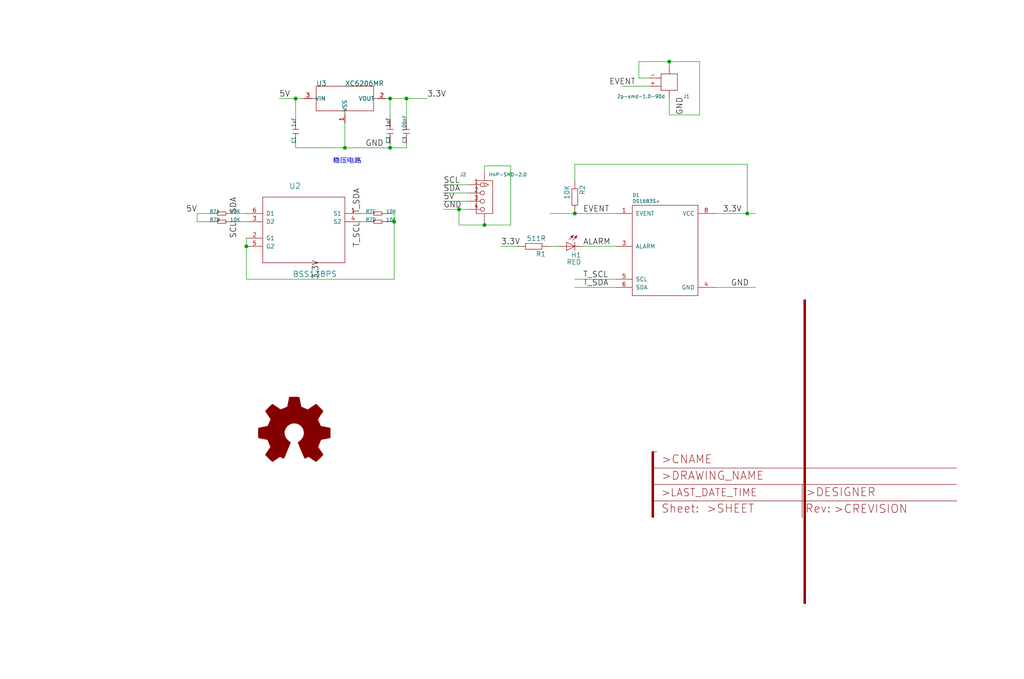
<source format=kicad_sch>
(kicad_sch (version 20201015) (generator eeschema)
  (paper "User" 316.763 210.007)
  (lib_symbols
    (symbol "DS1682_Breakout_Qwiic_Grove-eagle-import:BSS138PS" (pin_names (offset 1.016))
      (property "Reference" "U" (at -4.6228 10.0584 0))
      (property "Value" "BSS138PS" (at -3.5306 -17.1958 0))
      (symbol "BSS138PS_1_0"
        (polyline (pts (xy -12.7 -12.7) (xy 12.7 -12.7)))
        (polyline (pts (xy -12.7 7.62) (xy -12.7 -12.7)))
        (polyline (pts (xy 12.7 -12.7) (xy 12.7 7.62)))
        (polyline (pts (xy 12.7 7.62) (xy -12.7 7.62)))
        (pin output line (at 17.78 2.54 180) (length 5.08) (name "S1") (number "1"))
        (pin input line (at -17.78 -5.08 0) (length 5.08) (name "G1") (number "2"))
        (pin input line (at -17.78 0 0) (length 5.08) (name "D2") (number "3"))
        (pin output line (at 17.78 0 180) (length 5.08) (name "S2") (number "4"))
        (pin input line (at -17.78 -7.62 0) (length 5.08) (name "G2") (number "5"))
        (pin input line (at -17.78 2.54 0) (length 5.08) (name "D1") (number "6"))
      )
    )
    (symbol "DS1682_Breakout_Qwiic_Grove-eagle-import:C-0603" (pin_names (offset 1.016))
      (property "Reference" "C" (at -3.81 0 0))
      (property "Value" "C-0603" (at 0 0 0))
      (symbol "C-0603_1_0"
        (polyline (pts (xy -1.27 0) (xy -0.635 0)))
        (polyline (pts (xy -0.635 -1.016) (xy -0.635 0)))
        (polyline (pts (xy -0.635 0) (xy -0.635 1.016)))
        (polyline (pts (xy 0.635 0) (xy 0.635 -1.016)))
        (polyline (pts (xy 0.635 0) (xy 1.27 0)))
        (polyline (pts (xy 0.635 1.016) (xy 0.635 0)))
        (pin passive line (at -3.81 0 0) (length 2.54) (name "1") (number "1"))
        (pin passive line (at 3.81 0 180) (length 2.54) (name "2") (number "2"))
      )
    )
    (symbol "DS1682_Breakout_Qwiic_Grove-eagle-import:DS1683S+" (pin_names (offset 1.016))
      (property "Value" "DS1683S+" (at -5.08 13.335 0))
      (symbol "DS1683S+_1_0"
        (polyline (pts (xy -5.08 -15.24) (xy -5.08 12.7)))
        (polyline (pts (xy -5.08 12.7) (xy 15.24 12.7)))
        (polyline (pts (xy 15.24 -15.24) (xy -5.08 -15.24)))
        (polyline (pts (xy 15.24 12.7) (xy 15.24 -15.24)))
        (pin bidirectional line (at -10.16 10.16 0) (length 5.08) (name "EVENT") (number "1"))
        (pin bidirectional line (at -10.16 0 0) (length 5.08) (name "ALARM") (number "3"))
        (pin bidirectional line (at 20.32 -12.7 180) (length 5.08) (name "GND") (number "4"))
        (pin bidirectional line (at -10.16 -10.16 0) (length 5.08) (name "SCL") (number "5"))
        (pin bidirectional line (at -10.16 -12.7 0) (length 5.08) (name "SDA") (number "6"))
        (pin bidirectional line (at 20.32 10.16 180) (length 5.08) (name "VCC") (number "8"))
      )
    )
    (symbol "DS1682_Breakout_Qwiic_Grove-eagle-import:FRAME-A4L" (pin_names (offset 1.016))
      (symbol "FRAME-A4L_1_0"
        (text ">CNAME" (at 181.61 16.51 0) (effects (font (size 2.54 2.54)) (justify left bottom)))
        (text ">CREVISION" (at 234.8992 1.1684 0) (effects (font (size 2.54 2.54)) (justify left bottom)))
        (text ">DESIGNER" (at 226.2378 6.35 0) (effects (font (size 2.54 2.54)) (justify left bottom)))
        (text ">DRAWING_NAME" (at 181.61 11.43 0) (effects (font (size 2.54 2.54)) (justify left bottom)))
        (text ">LAST_DATE_TIME" (at 181.61 6.35 0) (effects (font (size 2.286 2.286)) (justify left bottom)))
        (text ">SHEET" (at 195.58 1.27 0) (effects (font (size 2.54 2.54)) (justify left bottom)))
        (text "Rev:" (at 226.1362 1.27 0) (effects (font (size 2.54 2.54)) (justify left bottom)))
        (text "Sheet:" (at 181.61 1.27 0) (effects (font (size 2.54 2.54)) (justify left bottom)))
        (rectangle (start 178.7652 0) (end 179.3748 20.32) (fill (type outline)))
        (rectangle (start 225.7552 -26.67) (end 226.3648 67.31) (fill (type outline)))
        (polyline (pts (xy 179.07 10.16) (xy 225.2726 10.16)))
        (polyline (pts (xy 179.07 15.24) (xy 273.05 15.24)))
        (polyline (pts (xy 179.07 19.05) (xy 179.07 20.32)))
        (polyline (pts (xy 179.07 20.32) (xy 180.34 20.32)))
        (polyline (pts (xy 225.2726 -0.0762) (xy 225.2726 5.08)))
        (polyline (pts (xy 225.2726 5.08) (xy 179.07 5.08)))
        (polyline (pts (xy 225.2726 5.08) (xy 225.2726 10.16)))
        (polyline (pts (xy 225.2726 5.08) (xy 273.05 5.08)))
        (polyline (pts (xy 225.2726 10.16) (xy 273.05 10.16)))
      )
    )
    (symbol "DS1682_Breakout_Qwiic_Grove-eagle-import:GROVE-CONNECTOR-SMD(4+2P-2.0)" (pin_names (offset 1.016))
      (property "Reference" "J" (at -7.62 6.35 0))
      (property "Value" "GROVE-CONNECTOR-SMD(4+2P-2.0)" (at 1.27 6.35 0))
      (symbol "GROVE-CONNECTOR-SMD(4+2P-2.0)_1_0"
        (polyline (pts (xy -2.54 -5.08) (xy -2.54 5.08)))
        (polyline (pts (xy -2.54 5.08) (xy 2.54 5.08)))
        (polyline (pts (xy 2.54 -5.08) (xy -2.54 -5.08)))
        (polyline (pts (xy 2.54 5.08) (xy 2.54 -5.08)))
        (pin bidirectional inverted_clock (at -5.08 3.81 0) (length 5.08) (name "1") (number "1"))
        (pin bidirectional inverted (at -5.08 1.27 0) (length 5.08) (name "2") (number "2"))
        (pin bidirectional inverted (at -5.08 -1.27 0) (length 5.08) (name "3") (number "3"))
        (pin bidirectional inverted (at -5.08 -3.81 0) (length 5.08) (name "4") (number "4"))
        (pin bidirectional line (at 0 7.62 270) (length 2.54) (name "SS1") (number "SS1"))
        (pin bidirectional line (at 0 -7.62 90) (length 2.54) (name "SS2") (number "SS2"))
      )
    )
    (symbol "DS1682_Breakout_Qwiic_Grove-eagle-import:LEDCHIPLED_0603" (pin_names (offset 1.016))
      (property "Reference" "LED" (at 3.556 -4.572 90))
      (property "Value" "LEDCHIPLED_0603" (at 5.715 -4.572 90))
      (symbol "LEDCHIPLED_0603_1_0"
        (polyline (pts (xy -2.032 -0.762) (xy -3.429 -2.159)))
        (polyline (pts (xy -1.905 -1.905) (xy -3.302 -3.302)))
        (polyline (pts (xy 0 -2.54) (xy -1.27 -2.54)))
        (polyline (pts (xy 0 -2.54) (xy -1.27 0)))
        (polyline (pts (xy 0 0) (xy -1.27 0)))
        (polyline (pts (xy 0 0) (xy 0 -2.54)))
        (polyline (pts (xy 1.27 -2.54) (xy 0 -2.54)))
        (polyline (pts (xy 1.27 0) (xy 0 -2.54)))
        (polyline (pts (xy 1.27 0) (xy 0 0)))
        (polyline (pts (xy -3.429 -2.159) (xy -3.048 -1.27) (xy -2.54 -1.778)) (fill (type outline)))
        (polyline (pts (xy -3.302 -3.302) (xy -2.921 -2.413) (xy -2.413 -2.921)) (fill (type outline)))
        (pin passive line (at 0 2.54 270) (length 2.54) (name "A") (number "A"))
        (pin passive line (at 0 -5.08 90) (length 2.54) (name "C") (number "C"))
      )
    )
    (symbol "DS1682_Breakout_Qwiic_Grove-eagle-import:R-4R-1206" (pin_names (offset 1.016))
      (property "Reference" "R" (at -3.81 0 0))
      (property "Value" "R-4R-1206" (at 2.54 0 0))
      (symbol "R-4R-1206_1_0"
        (polyline (pts (xy -1.27 -0.508) (xy -1.27 0.508)))
        (polyline (pts (xy -1.27 0.508) (xy 1.27 0.508)))
        (polyline (pts (xy 1.27 -0.508) (xy -1.27 -0.508)))
        (polyline (pts (xy 1.27 0.508) (xy 1.27 -0.508)))
        (pin passive line (at -3.81 0 0) (length 2.54) (name "1") (number "1"))
        (pin passive line (at 3.81 0 180) (length 2.54) (name "2") (number "8"))
      )
      (symbol "R-4R-1206_2_0"
        (polyline (pts (xy -1.27 -0.508) (xy -1.27 0.508)))
        (polyline (pts (xy -1.27 0.508) (xy 1.27 0.508)))
        (polyline (pts (xy 1.27 -0.508) (xy -1.27 -0.508)))
        (polyline (pts (xy 1.27 0.508) (xy 1.27 -0.508)))
        (pin passive line (at -3.81 0 0) (length 2.54) (name "1") (number "2"))
        (pin passive line (at 3.81 0 180) (length 2.54) (name "2") (number "7"))
      )
      (symbol "R-4R-1206_3_0"
        (polyline (pts (xy -1.27 -0.508) (xy -1.27 0.508)))
        (polyline (pts (xy -1.27 0.508) (xy 1.27 0.508)))
        (polyline (pts (xy 1.27 -0.508) (xy -1.27 -0.508)))
        (polyline (pts (xy 1.27 0.508) (xy 1.27 -0.508)))
        (pin passive line (at -3.81 0 0) (length 2.54) (name "1") (number "3"))
        (pin passive line (at 3.81 0 180) (length 2.54) (name "2") (number "6"))
      )
      (symbol "R-4R-1206_4_0"
        (polyline (pts (xy -1.27 -0.508) (xy -1.27 0.508)))
        (polyline (pts (xy -1.27 0.508) (xy 1.27 0.508)))
        (polyline (pts (xy 1.27 -0.508) (xy -1.27 -0.508)))
        (polyline (pts (xy 1.27 0.508) (xy 1.27 -0.508)))
        (pin passive line (at -3.81 0 0) (length 2.54) (name "1") (number "4"))
        (pin passive line (at 3.81 0 180) (length 2.54) (name "2") (number "5"))
      )
    )
    (symbol "DS1682_Breakout_Qwiic_Grove-eagle-import:R-EU_R0603" (pin_names (offset 1.016))
      (property "Reference" "R" (at -3.81 1.4986 0))
      (property "Value" "R-EU_R0603" (at -3.81 -3.302 0))
      (symbol "R-EU_R0603_1_0"
        (polyline (pts (xy -2.54 -0.889) (xy -2.54 0.889)))
        (polyline (pts (xy -2.54 -0.889) (xy 2.54 -0.889)))
        (polyline (pts (xy 2.54 -0.889) (xy 2.54 0.889)))
        (polyline (pts (xy 2.54 0.889) (xy -2.54 0.889)))
        (pin passive line (at -5.08 0 0) (length 2.54) (name "1") (number "1"))
        (pin passive line (at 5.08 0 180) (length 2.54) (name "2") (number "2"))
      )
    )
    (symbol "DS1682_Breakout_Qwiic_Grove-eagle-import:SMD-JST-2P-1.0-90D" (pin_names (offset 1.016))
      (property "Reference" "J" (at -10.16 3.81 0))
      (property "Value" "SMD-JST-2P-1.0-90D" (at -2.54 3.81 0))
      (symbol "SMD-JST-2P-1.0-90D_1_0"
        (polyline (pts (xy -6.35 -2.54) (xy -6.35 2.54)))
        (polyline (pts (xy -6.35 2.54) (xy -1.27 2.54)))
        (polyline (pts (xy -1.27 -2.54) (xy -6.35 -2.54)))
        (polyline (pts (xy -1.27 -1.27) (xy -1.27 -2.54)))
        (polyline (pts (xy -1.27 1.27) (xy -1.27 -1.27)))
        (polyline (pts (xy -1.27 2.54) (xy -1.27 1.27)))
        (polyline (pts (xy 0 -1.27) (xy -1.27 -1.27)))
        (polyline (pts (xy 0 1.27) (xy -1.27 1.27)))
        (pin bidirectional line (at 2.54 1.27 180) (length 2.54) (name "1") (number "+"))
        (pin bidirectional line (at 2.54 -1.27 180) (length 2.54) (name "2") (number "-"))
        (pin bidirectional line (at -3.81 -5.08 90) (length 2.54) (name "3") (number "3"))
        (pin bidirectional line (at -3.81 5.08 270) (length 2.54) (name "4") (number "4"))
      )
    )
    (symbol "DS1682_Breakout_Qwiic_Grove-eagle-import:XC6206MR" (pin_names (offset 1.016))
      (property "Reference" "U" (at -8.89 3.81 0))
      (property "Value" "XC6206MR" (at 0 3.81 0))
      (symbol "XC6206MR_1_0"
        (polyline (pts (xy -10.16 0) (xy -8.89 0)))
        (polyline (pts (xy -8.89 -3.81) (xy -8.89 0)))
        (polyline (pts (xy -8.89 0) (xy -8.89 3.81)))
        (polyline (pts (xy -8.89 3.81) (xy 8.89 3.81)))
        (polyline (pts (xy 0 -5.08) (xy 0 -3.81)))
        (polyline (pts (xy 0 -3.81) (xy -8.89 -3.81)))
        (polyline (pts (xy 8.89 -3.81) (xy 0 -3.81)))
        (polyline (pts (xy 8.89 0) (xy 8.89 -3.81)))
        (polyline (pts (xy 8.89 3.81) (xy 8.89 0)))
        (polyline (pts (xy 10.16 0) (xy 8.89 0)))
        (pin power_in line (at 0 -7.62 90) (length 2.54) (name "VSS") (number "1"))
        (pin output line (at 12.7 0 180) (length 2.54) (name "VOUT") (number "2"))
        (pin input line (at -12.7 0 0) (length 2.54) (name "VIN") (number "3"))
      )
    )
    (symbol "Graphic:Logo_Open_Hardware_Large" (pin_names (offset 1.016))
      (symbol "Logo_Open_Hardware_Large_1_1"
        (polyline (pts (xy 6.731 -8.7122) (xy 6.6294 -8.6614) (xy 6.35 -8.4836) (xy 5.9944 -8.255) (xy 5.5372 -7.9502) (xy 5.1054 -7.6454) (xy 4.7498 -7.4168) (xy 4.4958 -7.239) (xy 4.3942 -7.1882) (xy 4.318 -7.2136) (xy 4.1148 -7.3152) (xy 3.81 -7.4676) (xy 3.6322 -7.5692) (xy 3.3528 -7.6708) (xy 3.2258 -7.6962) (xy 3.2004 -7.6708) (xy 3.0988 -7.4676) (xy 2.9464 -7.0866) (xy 2.7178 -6.604) (xy 2.4892 -6.0452) (xy 2.2352 -5.4356) (xy 1.9558 -4.826) (xy 1.7272 -4.2164) (xy 1.4986 -3.683) (xy 1.3208 -3.2512) (xy 1.2192 -2.9464) (xy 1.1684 -2.8194) (xy 1.1938 -2.794) (xy 1.3208 -2.667) (xy 1.5748 -2.4892) (xy 2.0828 -2.0574) (xy 2.6162 -1.397) (xy 2.921 -0.6604) (xy 3.048 0.1524) (xy 2.9464 0.9144) (xy 2.6416 1.6256) (xy 2.1336 2.286) (xy 1.524 2.7686) (xy 0.8128 3.0734) (xy 0 3.175) (xy -0.762 3.0988) (xy -1.4986 2.794) (xy -2.159 2.286) (xy -2.4384 1.9812) (xy -2.8194 1.3208) (xy -3.048 0.6096) (xy -3.0734 0.4318) (xy -3.0226 -0.3556) (xy -2.794 -1.0922) (xy -2.3876 -1.7526) (xy -1.8288 -2.3114) (xy -1.7526 -2.3622) (xy -1.4732 -2.5654) (xy -1.2954 -2.6924) (xy -1.1684 -2.8194) (xy -2.159 -5.207) (xy -2.3114 -5.588) (xy -2.5908 -6.2484) (xy -2.8194 -6.8072) (xy -3.0226 -7.2644) (xy -3.1496 -7.5692) (xy -3.2258 -7.6708) (xy -3.2258 -7.6962) (xy -3.302 -7.6962) (xy -3.4798 -7.6454) (xy -3.8354 -7.4676) (xy -4.0386 -7.366) (xy -4.2926 -7.239) (xy -4.4196 -7.1882) (xy -4.5212 -7.239) (xy -4.7498 -7.3914) (xy -5.1054 -7.6454) (xy -5.5372 -7.9248) (xy -5.9436 -8.2042) (xy -6.3246 -8.4582) (xy -6.604 -8.636) (xy -6.731 -8.7122) (xy -6.7564 -8.7122) (xy -6.858 -8.636) (xy -7.0866 -8.4582) (xy -7.4168 -8.1534) (xy -7.874 -7.6962) (xy -7.9502 -7.62) (xy -8.3312 -7.239) (xy -8.636 -6.9088) (xy -8.8392 -6.6802) (xy -8.9154 -6.5786) (xy -8.9154 -6.5786) (xy -8.8392 -6.4516) (xy -8.6614 -6.1722) (xy -8.4328 -5.7912) (xy -8.128 -5.3594) (xy -7.3152 -4.191) (xy -7.7724 -3.0988) (xy -7.8994 -2.7686) (xy -8.0772 -2.3622) (xy -8.2042 -2.0828) (xy -8.255 -1.9558) (xy -8.382 -1.905) (xy -8.6614 -1.8542) (xy -9.0932 -1.7526) (xy -9.6266 -1.651) (xy -10.1092 -1.5748) (xy -10.541 -1.4732) (xy -10.8712 -1.4224) (xy -11.0236 -1.397) (xy -11.049 -1.3716) (xy -11.0744 -1.2954) (xy -11.0998 -1.143) (xy -11.0998 -0.889) (xy -11.1252 -0.4572) (xy -11.1252 0.1524) (xy -11.1252 0.2286) (xy -11.0998 0.8128) (xy -11.0998 1.27) (xy -11.0744 1.5494) (xy -11.0744 1.6764) (xy -11.0744 1.6764) (xy -10.922 1.7018) (xy -10.6172 1.778) (xy -10.16 1.8542) (xy -9.652 1.9558) (xy -9.6012 1.9812) (xy -9.0932 2.0828) (xy -8.636 2.159) (xy -8.3312 2.2352) (xy -8.2042 2.286) (xy -8.1788 2.3114) (xy -8.0772 2.5146) (xy -7.9248 2.8448) (xy -7.747 3.2512) (xy -7.5692 3.6576) (xy -7.4168 4.0386) (xy -7.3152 4.318) (xy -7.2898 4.445) (xy -7.2898 4.445) (xy -7.366 4.572) (xy -7.5438 4.826) (xy -7.7978 5.207) (xy -8.128 5.6642) (xy -8.128 5.6896) (xy -8.4328 6.1468) (xy -8.6868 6.5278) (xy -8.8392 6.7818) (xy -8.9154 6.9088) (xy -8.9154 6.9088) (xy -8.8138 7.0358) (xy -8.5852 7.2898) (xy -8.255 7.6454) (xy -7.874 8.0264) (xy -7.747 8.1534) (xy -7.3152 8.5852) (xy -7.0104 8.8646) (xy -6.8326 8.9916) (xy -6.731 9.0424) (xy -6.731 9.0424) (xy -6.604 8.9408) (xy -6.3246 8.763) (xy -5.9436 8.509) (xy -5.4864 8.2042) (xy -5.461 8.1788) (xy -5.0038 7.874) (xy -4.6482 7.62) (xy -4.3688 7.4422) (xy -4.2672 7.3914) (xy -4.2418 7.3914) (xy -4.064 7.4422) (xy -3.7338 7.5438) (xy -3.3528 7.6962) (xy -2.9464 7.874) (xy -2.5654 8.0264) (xy -2.286 8.1534) (xy -2.159 8.2296) (xy -2.159 8.2296) (xy -2.1082 8.382) (xy -2.032 8.7122) (xy -1.9304 9.1694) (xy -1.8288 9.7282) (xy -1.8034 9.8044) (xy -1.7018 10.3378) (xy -1.6256 10.7696) (xy -1.5748 11.0744) (xy -1.524 11.2014) (xy -1.4478 11.2268) (xy -1.1938 11.2522) (xy -0.8128 11.2522) (xy -0.3302 11.2522) (xy 0.1524 11.2522) (xy 0.6604 11.2522) (xy 1.0668 11.2268) (xy 1.3716 11.2014) (xy 1.4986 11.176) (xy 1.4986 11.176) (xy 1.5494 11.0236) (xy 1.6256 10.6934) (xy 1.7018 10.2108) (xy 1.8288 9.6774) (xy 1.8288 9.5758) (xy 1.9304 9.0424) (xy 2.032 8.6106) (xy 2.0828 8.3058) (xy 2.1336 8.2042) (xy 2.159 8.1788) (xy 2.3876 8.0772) (xy 2.7432 7.9248) (xy 3.175 7.747) (xy 4.191 7.3406) (xy 5.461 8.2042) (xy 5.5626 8.2804) (xy 6.0198 8.5852) (xy 6.3754 8.8392) (xy 6.6294 8.9916) (xy 6.7564 9.0424) (xy 6.7564 9.0424) (xy 6.8834 8.9408) (xy 7.1374 8.7122) (xy 7.4676 8.382) (xy 7.8486 7.9756) (xy 8.1534 7.6962) (xy 8.4836 7.3406) (xy 8.7122 7.112) (xy 8.8392 6.9596) (xy 8.8646 6.858) (xy 8.8646 6.8072) (xy 8.7884 6.6802) (xy 8.6106 6.4008) (xy 8.3312 6.0198) (xy 8.0264 5.588) (xy 7.7978 5.207) (xy 7.5184 4.8006) (xy 7.3406 4.4958) (xy 7.2898 4.3434) (xy 7.2898 4.2926) (xy 7.3914 4.0386) (xy 7.5184 3.683) (xy 7.7216 3.2258) (xy 8.1534 2.2352) (xy 8.7884 2.1082) (xy 9.1948 2.0574) (xy 9.7536 1.9304) (xy 10.2616 1.8288) (xy 11.0998 1.6764) (xy 11.1252 -1.3208) (xy 10.9982 -1.3716) (xy 10.8712 -1.397) (xy 10.5664 -1.4732) (xy 10.1346 -1.5494) (xy 9.6266 -1.651) (xy 9.1948 -1.7272) (xy 8.7376 -1.8288) (xy 8.4328 -1.8796) (xy 8.2804 -1.905) (xy 8.255 -1.9558) (xy 8.1534 -2.159) (xy 7.9756 -2.5146) (xy 7.8232 -2.921) (xy 7.6454 -3.3274) (xy 7.493 -3.7338) (xy 7.366 -4.0132) (xy 7.3406 -4.191) (xy 7.3914 -4.2926) (xy 7.5692 -4.5466) (xy 7.7978 -4.9276) (xy 8.1026 -5.3594) (xy 8.4074 -5.7912) (xy 8.6614 -6.1722) (xy 8.8138 -6.4262) (xy 8.89 -6.5532) (xy 8.8646 -6.6548) (xy 8.6868 -6.858) (xy 8.3566 -7.1882) (xy 7.874 -7.6708) (xy 7.7978 -7.747) (xy 7.3914 -8.128) (xy 7.0612 -8.4328) (xy 6.8326 -8.636) (xy 6.731 -8.7122)) (fill (type outline)))
      )
    )
  )
  (junction (at 76.2 76.2) (diameter 1.016))
  (junction (at 91.44 30.48) (diameter 1.016))
  (junction (at 106.68 45.72) (diameter 1.016))
  (junction (at 120.65 30.48) (diameter 1.016))
  (junction (at 120.65 45.72) (diameter 1.016))
  (junction (at 121.92 68.58) (diameter 1.016))
  (junction (at 125.73 30.48) (diameter 1.016))
  (junction (at 141.986 64.77) (diameter 1.016))
  (junction (at 149.86 69.596) (diameter 1.016))
  (junction (at 177.8 66.04) (diameter 1.016))
  (junction (at 207.01 19.05) (diameter 1.016))
  (junction (at 231.14 66.04) (diameter 1.016))
  (wire (pts (xy 60.96 68.58) (xy 60.96 66.04)))
  (wire (pts (xy 64.77 66.04) (xy 60.96 66.04)))
  (wire (pts (xy 64.77 68.58) (xy 60.96 68.58)))
  (wire (pts (xy 76.2 66.04) (xy 72.39 66.04)))
  (wire (pts (xy 76.2 68.58) (xy 72.39 68.58)))
  (wire (pts (xy 76.2 73.66) (xy 76.2 76.2)))
  (wire (pts (xy 76.2 76.2) (xy 76.2 86.36)))
  (wire (pts (xy 76.2 86.36) (xy 121.92 86.36)))
  (wire (pts (xy 91.44 30.48) (xy 86.36 30.48)))
  (wire (pts (xy 91.44 36.83) (xy 91.44 30.48)))
  (wire (pts (xy 91.44 44.45) (xy 91.44 45.72)))
  (wire (pts (xy 91.44 45.72) (xy 106.68 45.72)))
  (wire (pts (xy 93.98 30.48) (xy 91.44 30.48)))
  (wire (pts (xy 106.68 38.1) (xy 106.68 45.72)))
  (wire (pts (xy 106.68 45.72) (xy 120.65 45.72)))
  (wire (pts (xy 113.03 66.04) (xy 111.76 66.04)))
  (wire (pts (xy 113.03 68.58) (xy 111.76 68.58)))
  (wire (pts (xy 119.38 30.48) (xy 120.65 30.48)))
  (wire (pts (xy 120.65 30.48) (xy 125.73 30.48)))
  (wire (pts (xy 120.65 36.83) (xy 120.65 30.48)))
  (wire (pts (xy 120.65 44.45) (xy 120.65 45.72)))
  (wire (pts (xy 120.65 45.72) (xy 125.73 45.72)))
  (wire (pts (xy 120.65 66.04) (xy 121.92 66.04)))
  (wire (pts (xy 120.65 68.58) (xy 121.92 68.58)))
  (wire (pts (xy 121.92 66.04) (xy 121.92 68.58)))
  (wire (pts (xy 121.92 86.36) (xy 121.92 68.58)))
  (wire (pts (xy 125.73 30.48) (xy 132.08 30.48)))
  (wire (pts (xy 125.73 36.83) (xy 125.73 30.48)))
  (wire (pts (xy 125.73 44.45) (xy 125.73 45.72)))
  (wire (pts (xy 141.986 64.77) (xy 137.16 64.77)))
  (wire (pts (xy 141.986 64.77) (xy 141.986 69.596)))
  (wire (pts (xy 141.986 69.596) (xy 149.86 69.596)))
  (wire (pts (xy 144.78 57.15) (xy 137.16 57.15)))
  (wire (pts (xy 144.78 59.69) (xy 137.16 59.69)))
  (wire (pts (xy 144.78 62.23) (xy 137.16 62.23)))
  (wire (pts (xy 144.78 64.77) (xy 141.986 64.77)))
  (wire (pts (xy 149.86 51.308) (xy 149.86 53.34)))
  (wire (pts (xy 149.86 69.596) (xy 149.86 68.58)))
  (wire (pts (xy 149.86 69.596) (xy 157.988 69.596)))
  (wire (pts (xy 157.988 51.308) (xy 149.86 51.308)))
  (wire (pts (xy 157.988 69.596) (xy 157.988 51.308)))
  (wire (pts (xy 160.02 76.2) (xy 154.94 76.2)))
  (wire (pts (xy 170.18 76.2) (xy 172.72 76.2)))
  (wire (pts (xy 177.8 50.8) (xy 231.14 50.8)))
  (wire (pts (xy 177.8 55.88) (xy 177.8 50.8)))
  (wire (pts (xy 177.8 66.04) (xy 170.18 66.04)))
  (wire (pts (xy 190.5 66.04) (xy 177.8 66.04)))
  (wire (pts (xy 190.5 76.2) (xy 180.34 76.2)))
  (wire (pts (xy 190.5 86.36) (xy 177.8 86.36)))
  (wire (pts (xy 190.5 88.9) (xy 177.8 88.9)))
  (wire (pts (xy 197.612 19.05) (xy 197.612 24.13)))
  (wire (pts (xy 197.612 24.13) (xy 200.66 24.13)))
  (wire (pts (xy 200.66 26.67) (xy 192.532 26.67)))
  (wire (pts (xy 207.01 19.05) (xy 197.612 19.05)))
  (wire (pts (xy 207.01 19.05) (xy 207.01 20.32)))
  (wire (pts (xy 207.01 30.48) (xy 207.01 35.56)))
  (wire (pts (xy 207.01 35.56) (xy 216.408 35.56)))
  (wire (pts (xy 216.408 19.05) (xy 207.01 19.05)))
  (wire (pts (xy 216.408 35.56) (xy 216.408 19.05)))
  (wire (pts (xy 220.98 66.04) (xy 231.14 66.04)))
  (wire (pts (xy 220.98 88.9) (xy 233.68 88.9)))
  (wire (pts (xy 231.14 50.8) (xy 231.14 66.04)))
  (wire (pts (xy 231.14 66.04) (xy 233.68 66.04)))
  (text "稳压电路" (at 102.87 50.8 0) (effects (font (size 1.4986 1.4986)) (justify left bottom)))
  (label "5V" (at 60.96 66.04 180) (effects (font (size 1.778 1.778))))
  (label "SDA" (at 73.66 66.04 90) (effects (font (size 1.778 1.778))))
  (label "SCL" (at 73.66 68.58 270) (effects (font (size 1.778 1.778))))
  (label "5V" (at 86.36 30.48 0) (effects (font (size 1.778 1.778))))
  (label "3.3V" (at 99.06 86.36 90) (effects (font (size 1.778 1.778))))
  (label "T_SDA" (at 111.76 66.04 90) (effects (font (size 1.778 1.778))))
  (label "T_SCL" (at 111.76 68.58 270) (effects (font (size 1.778 1.778))))
  (label "GND" (at 113.03 45.72 0) (effects (font (size 1.778 1.778))))
  (label "3.3V" (at 132.08 30.48 0) (effects (font (size 1.778 1.778))))
  (label "SCL" (at 137.16 57.15 0) (effects (font (size 1.778 1.778))))
  (label "SDA" (at 137.16 59.69 0) (effects (font (size 1.778 1.778))))
  (label "5V" (at 137.16 62.23 0) (effects (font (size 1.778 1.778))))
  (label "GND" (at 137.16 64.77 0) (effects (font (size 1.778 1.778))))
  (label "3.3V" (at 154.94 76.2 0) (effects (font (size 1.778 1.778))))
  (label "EVENT" (at 180.34 66.04 0) (effects (font (size 1.778 1.778))))
  (label "ALARM" (at 180.34 76.2 0) (effects (font (size 1.778 1.778))))
  (label "T_SCL" (at 180.34 86.36 0) (effects (font (size 1.778 1.778))))
  (label "T_SDA" (at 180.34 88.9 0) (effects (font (size 1.778 1.778))))
  (label "EVENT" (at 196.596 26.67 180) (effects (font (size 1.778 1.778))))
  (label "GND" (at 211.709 35.56 90) (effects (font (size 1.778 1.778))))
  (label "3.3V" (at 223.52 66.04 0) (effects (font (size 1.778 1.778))))
  (label "GND" (at 226.06 88.9 0) (effects (font (size 1.778 1.778))))
  (symbol (lib_id "DS1682_Breakout_Qwiic_Grove-eagle-import:R-4R-1206") (at 68.58 66.04 0) (unit 1)
    (property "Reference" "R7" (at 64.77 66.04 0) (effects (font (size 1.0668 1.0668)) (justify left bottom)))
    (property "Value" "10K" (at 71.12 66.04 0) (effects (font (size 1.0668 1.0668)) (justify left bottom)))
    (property "Footprint" "DS1682_Breakout_Qwiic_Grove:1206-8-3.3X2.4" (effects hide))
    (property "manf#" "CAY16-103J4LF" (effects hide))
  )
  (symbol (lib_id "DS1682_Breakout_Qwiic_Grove-eagle-import:R-4R-1206") (at 68.58 68.58 0) (unit 2)
    (property "Reference" "R7" (at 64.77 68.58 0) (effects (font (size 1.0668 1.0668)) (justify left bottom)))
    (property "Value" "10K" (at 71.12 68.58 0) (effects (font (size 1.0668 1.0668)) (justify left bottom)))
    (property "Footprint" "DS1682_Breakout_Qwiic_Grove:1206-8-3.3X2.4" (effects hide))
    (property "manf#" "CAY16-103J4LF" (effects hide))
  )
  (symbol (lib_id "DS1682_Breakout_Qwiic_Grove-eagle-import:R-4R-1206") (at 116.84 66.04 0) (unit 3)
    (property "Reference" "R7" (at 113.03 66.04 0) (effects (font (size 1.0668 1.0668)) (justify left bottom)))
    (property "Value" "10K" (at 119.38 66.04 0) (effects (font (size 1.0668 1.0668)) (justify left bottom)))
    (property "Footprint" "DS1682_Breakout_Qwiic_Grove:1206-8-3.3X2.4" (effects hide))
    (property "manf#" "CAY16-103J4LF" (effects hide))
  )
  (symbol (lib_id "DS1682_Breakout_Qwiic_Grove-eagle-import:R-4R-1206") (at 116.84 68.58 0) (unit 4)
    (property "Reference" "R7" (at 113.03 68.58 0) (effects (font (size 1.0668 1.0668)) (justify left bottom)))
    (property "Value" "10K" (at 119.38 68.58 0) (effects (font (size 1.0668 1.0668)) (justify left bottom)))
    (property "Footprint" "DS1682_Breakout_Qwiic_Grove:1206-8-3.3X2.4" (effects hide))
    (property "manf#" "CAY16-103J4LF" (effects hide))
  )
  (symbol (lib_id "DS1682_Breakout_Qwiic_Grove-eagle-import:C-0603") (at 91.44 40.64 90) (unit 1)
    (property "Reference" "C1" (at 91.44 44.45 0) (effects (font (size 1.0668 1.0668)) (justify left bottom)))
    (property "Value" "1uF" (at 91.44 39.37 0) (effects (font (size 1.0668 1.0668)) (justify left bottom)))
    (property "Footprint" "DS1682_Breakout_Qwiic_Grove:C0603" (effects hide))
    (property "manf#" "C0603C105K8PAC7411" (effects hide))
  )
  (symbol (lib_id "DS1682_Breakout_Qwiic_Grove-eagle-import:C-0603") (at 120.65 40.64 90) (unit 1)
    (property "Reference" "C2" (at 120.65 44.45 0) (effects (font (size 1.0668 1.0668)) (justify left bottom)))
    (property "Value" "1uF" (at 120.65 39.37 0) (effects (font (size 1.0668 1.0668)) (justify left bottom)))
    (property "Footprint" "DS1682_Breakout_Qwiic_Grove:C0603" (effects hide))
    (property "manf#" "C0603C105K8PAC7411" (effects hide))
  )
  (symbol (lib_id "DS1682_Breakout_Qwiic_Grove-eagle-import:C-0603") (at 125.73 40.64 90) (unit 1)
    (property "Reference" "C3" (at 125.73 44.45 0) (effects (font (size 1.0668 1.0668)) (justify left bottom)))
    (property "Value" "100nF" (at 125.73 40.64 0) (effects (font (size 1.0668 1.0668)) (justify left bottom)))
    (property "Footprint" "DS1682_Breakout_Qwiic_Grove:C0603" (effects hide))
    (property "manf#" "C0603C104K8RACTU" (effects hide))
  )
  (symbol (lib_id "DS1682_Breakout_Qwiic_Grove-eagle-import:R-EU_R0603") (at 165.1 76.2 180) (unit 1)
    (property "Reference" "R1" (at 168.91 77.6986 0) (effects (font (size 1.4986 1.4986)) (justify left bottom)))
    (property "Value" "511R" (at 168.91 72.898 0) (effects (font (size 1.4986 1.4986)) (justify left bottom)))
    (property "Footprint" "DS1682_Breakout_Qwiic_Grove:R0603" (effects hide))
    (property "manf#" "CR0603-FX-5110ELF" (effects hide))
  )
  (symbol (lib_id "DS1682_Breakout_Qwiic_Grove-eagle-import:R-EU_R0603") (at 177.8 60.96 270) (unit 1)
    (property "Reference" "R2" (at 179.2986 57.15 0) (effects (font (size 1.4986 1.4986)) (justify left bottom)))
    (property "Value" "10K" (at 174.498 57.15 0) (effects (font (size 1.4986 1.4986)) (justify left bottom)))
    (property "Footprint" "DS1682_Breakout_Qwiic_Grove:R0603" (effects hide))
    (property "manf#" "CRT0805-FZ-1002ELF" (effects hide))
  )
  (symbol (lib_id "DS1682_Breakout_Qwiic_Grove-eagle-import:LEDCHIPLED_0603") (at 175.26 76.2 90) (mirror x) (unit 1)
    (property "Reference" "H1" (at 179.832 79.756 90) (effects (font (size 1.4986 1.4986)) (justify left bottom)))
    (property "Value" "RED" (at 179.832 81.915 90) (effects (font (size 1.4986 1.4986)) (justify left bottom)))
    (property "Footprint" "DS1682_Breakout_Qwiic_Grove:CHIPLED_0603" (effects hide))
    (property "manf#" "LTST-C190KRKT" (effects hide))
  )
  (symbol (lib_id "DS1682_Breakout_Qwiic_Grove-eagle-import:SMD-JST-2P-1.0-90D") (at 203.2 25.4 180) (unit 1)
    (property "Reference" "J1" (at 213.36 29.21 0) (effects (font (size 1.0668 1.0668)) (justify left bottom)))
    (property "Value" "2p-smd-1.0-90d" (at 205.74 29.21 0) (effects (font (size 1.0668 1.0668)) (justify left bottom)))
    (property "Footprint" "DS1682_Breakout_Qwiic_Grove:HW2-SMD-1.0-90D" (effects hide))
    (property "manf#" "SM02B-SRSS-TB(LF)(SN)" (effects hide))
  )
  (symbol (lib_id "DS1682_Breakout_Qwiic_Grove-eagle-import:GROVE-CONNECTOR-SMD(4+2P-2.0)") (at 149.86 60.96 0) (unit 1)
    (property "Reference" "J2" (at 142.24 54.61 0) (effects (font (size 1.0668 1.0668)) (justify left bottom)))
    (property "Value" "H4P-SMD-2.0" (at 151.13 54.61 0) (effects (font (size 1.0668 1.0668)) (justify left bottom)))
    (property "Footprint" "DS1682_Breakout_Qwiic_Grove:HW4-SMD-2.0" (effects hide))
    (property "manf#" "114020163" (effects hide))
  )
  (symbol (lib_id "DS1682_Breakout_Qwiic_Grove-eagle-import:XC6206MR") (at 106.68 30.48 0) (unit 1)
    (property "Reference" "U3" (at 97.79 26.67 0) (effects (font (size 1.4986 1.4986)) (justify left bottom)))
    (property "Value" "XC6206MR" (at 106.68 26.67 0) (effects (font (size 1.4986 1.4986)) (justify left bottom)))
    (property "Footprint" "DS1682_Breakout_Qwiic_Grove:SOT23" (effects hide))
    (property "manf#" "MCP1700T-3302E/TT" (effects hide))
  )
  (symbol (lib_id "Graphic:Logo_Open_Hardware_Large") (at 91.0336 134.0612 0) (unit 1)
    (property "Reference" "LOGO1" (effects hide))
    (property "Value" "Logo_Open_Hardware_Large" (effects hide))
    (property "Footprint" "DS1682_Breakout_Qwiic_Grove:OSHW_FILLX200_NOTEXT" (effects hide))
  )
  (symbol (lib_id "DS1682_Breakout_Qwiic_Grove-eagle-import:BSS138PS") (at 93.98 68.58 0) (unit 1)
    (property "Reference" "U2" (at 89.3572 58.5216 0) (effects (font (size 1.7526 1.7526)) (justify left bottom)))
    (property "Value" "BSS138PS" (at 90.4494 85.7758 0) (effects (font (size 1.7526 1.7526)) (justify left bottom)))
    (property "Footprint" "DS1682_Breakout_Qwiic_Grove:SOT65P210X110-6N" (effects hide))
    (property "manf#" "BSS138PS,115" (effects hide))
  )
  (symbol (lib_id "DS1682_Breakout_Qwiic_Grove-eagle-import:DS1683S+") (at 200.66 76.2 0) (unit 1)
    (property "Reference" "D1" (at 195.58 60.96 0) (effects (font (size 1.0668 1.0668)) (justify left bottom)))
    (property "Value" "DS1683S+" (at 195.58 62.865 0) (effects (font (size 1.0668 1.0668)) (justify left bottom)))
    (property "Footprint" "DS1682_Breakout_Qwiic_Grove:SOIC8-N_MC" (effects hide))
    (property "manf#" "DS1683S+T&R" (effects hide))
  )
  (symbol (lib_id "DS1682_Breakout_Qwiic_Grove-eagle-import:FRAME-A4L") (at 22.86 160.02 0) (unit 1)
    (property "Reference" "#FRAME1" (effects hide))
    (property "Value" "FRAME-A4L" (effects hide))
  )
)
</source>
